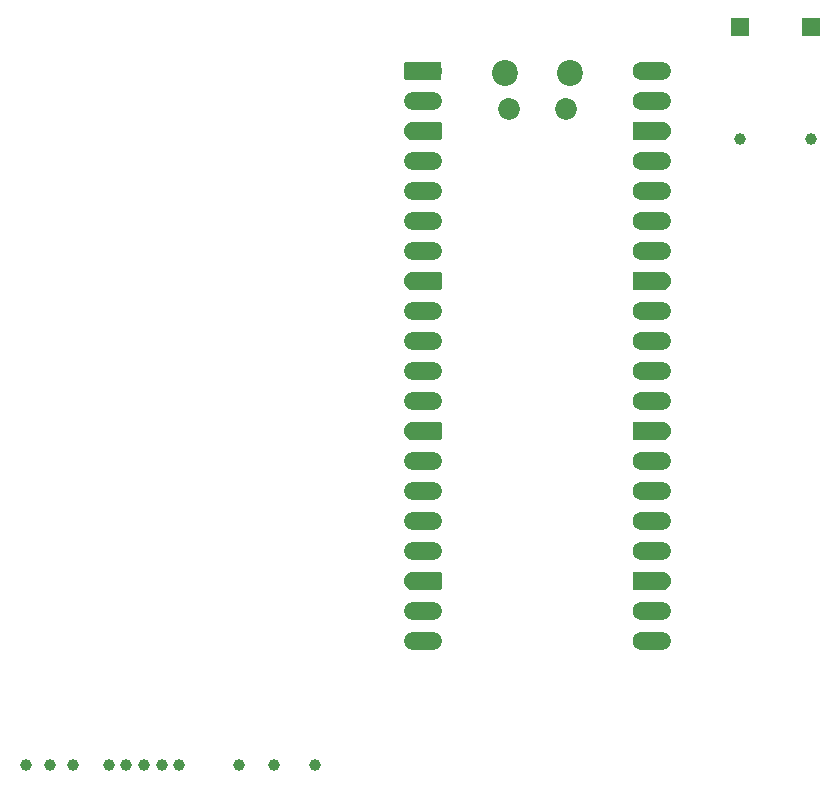
<source format=gbr>
%TF.GenerationSoftware,KiCad,Pcbnew,9.0.1*%
%TF.CreationDate,2025-05-02T16:57:55-04:00*%
%TF.ProjectId,de_fused_pico,64655f66-7573-4656-945f-7069636f2e6b,rev?*%
%TF.SameCoordinates,Original*%
%TF.FileFunction,Soldermask,Top*%
%TF.FilePolarity,Negative*%
%FSLAX46Y46*%
G04 Gerber Fmt 4.6, Leading zero omitted, Abs format (unit mm)*
G04 Created by KiCad (PCBNEW 9.0.1) date 2025-05-02 16:57:55*
%MOMM*%
%LPD*%
G01*
G04 APERTURE LIST*
G04 Aperture macros list*
%AMRoundRect*
0 Rectangle with rounded corners*
0 $1 Rounding radius*
0 $2 $3 $4 $5 $6 $7 $8 $9 X,Y pos of 4 corners*
0 Add a 4 corners polygon primitive as box body*
4,1,4,$2,$3,$4,$5,$6,$7,$8,$9,$2,$3,0*
0 Add four circle primitives for the rounded corners*
1,1,$1+$1,$2,$3*
1,1,$1+$1,$4,$5*
1,1,$1+$1,$6,$7*
1,1,$1+$1,$8,$9*
0 Add four rect primitives between the rounded corners*
20,1,$1+$1,$2,$3,$4,$5,0*
20,1,$1+$1,$4,$5,$6,$7,0*
20,1,$1+$1,$6,$7,$8,$9,0*
20,1,$1+$1,$8,$9,$2,$3,0*%
%AMFreePoly0*
4,1,37,0.800000,0.796148,0.878414,0.796148,1.032228,0.765552,1.177117,0.705537,1.307515,0.618408,1.418408,0.507515,1.505537,0.377117,1.565552,0.232228,1.596148,0.078414,1.596148,-0.078414,1.565552,-0.232228,1.505537,-0.377117,1.418408,-0.507515,1.307515,-0.618408,1.177117,-0.705537,1.032228,-0.765552,0.878414,-0.796148,0.800000,-0.796148,0.800000,-0.800000,-1.400000,-0.800000,
-1.403843,-0.796157,-1.439018,-0.796157,-1.511114,-0.766294,-1.566294,-0.711114,-1.596157,-0.639018,-1.596157,-0.603843,-1.600000,-0.600000,-1.600000,0.600000,-1.596157,0.603843,-1.596157,0.639018,-1.566294,0.711114,-1.511114,0.766294,-1.439018,0.796157,-1.403843,0.796157,-1.400000,0.800000,0.800000,0.800000,0.800000,0.796148,0.800000,0.796148,$1*%
%AMFreePoly1*
4,1,37,1.403843,0.796157,1.439018,0.796157,1.511114,0.766294,1.566294,0.711114,1.596157,0.639018,1.596157,0.603843,1.600000,0.600000,1.600000,-0.600000,1.596157,-0.603843,1.596157,-0.639018,1.566294,-0.711114,1.511114,-0.766294,1.439018,-0.796157,1.403843,-0.796157,1.400000,-0.800000,-0.800000,-0.800000,-0.800000,-0.796148,-0.878414,-0.796148,-1.032228,-0.765552,-1.177117,-0.705537,
-1.307515,-0.618408,-1.418408,-0.507515,-1.505537,-0.377117,-1.565552,-0.232228,-1.596148,-0.078414,-1.596148,0.078414,-1.565552,0.232228,-1.505537,0.377117,-1.418408,0.507515,-1.307515,0.618408,-1.177117,0.705537,-1.032228,0.765552,-0.878414,0.796148,-0.800000,0.796148,-0.800000,0.800000,1.400000,0.800000,1.403843,0.796157,1.403843,0.796157,$1*%
%AMFreePoly2*
4,1,37,0.603843,0.796157,0.639018,0.796157,0.711114,0.766294,0.766294,0.711114,0.796157,0.639018,0.796157,0.603843,0.800000,0.600000,0.800000,-0.600000,0.796157,-0.603843,0.796157,-0.639018,0.766294,-0.711114,0.711114,-0.766294,0.639018,-0.796157,0.603843,-0.796157,0.600000,-0.800000,0.000000,-0.800000,0.000000,-0.796148,-0.078414,-0.796148,-0.232228,-0.765552,-0.377117,-0.705537,
-0.507515,-0.618408,-0.618408,-0.507515,-0.705537,-0.377117,-0.765552,-0.232228,-0.796148,-0.078414,-0.796148,0.078414,-0.765552,0.232228,-0.705537,0.377117,-0.618408,0.507515,-0.507515,0.618408,-0.377117,0.705537,-0.232228,0.765552,-0.078414,0.796148,0.000000,0.796148,0.000000,0.800000,0.600000,0.800000,0.603843,0.796157,0.603843,0.796157,$1*%
%AMFreePoly3*
4,1,37,0.000000,0.796148,0.078414,0.796148,0.232228,0.765552,0.377117,0.705537,0.507515,0.618408,0.618408,0.507515,0.705537,0.377117,0.765552,0.232228,0.796148,0.078414,0.796148,-0.078414,0.765552,-0.232228,0.705537,-0.377117,0.618408,-0.507515,0.507515,-0.618408,0.377117,-0.705537,0.232228,-0.765552,0.078414,-0.796148,0.000000,-0.796148,0.000000,-0.800000,-0.600000,-0.800000,
-0.603843,-0.796157,-0.639018,-0.796157,-0.711114,-0.766294,-0.766294,-0.711114,-0.796157,-0.639018,-0.796157,-0.603843,-0.800000,-0.600000,-0.800000,0.600000,-0.796157,0.603843,-0.796157,0.639018,-0.766294,0.711114,-0.711114,0.766294,-0.639018,0.796157,-0.603843,0.796157,-0.600000,0.800000,0.000000,0.800000,0.000000,0.796148,0.000000,0.796148,$1*%
G04 Aperture macros list end*
%ADD10C,1.000000*%
%ADD11R,1.500000X1.500000*%
%ADD12C,2.200000*%
%ADD13C,1.850000*%
%ADD14FreePoly0,0.000000*%
%ADD15RoundRect,0.200000X-0.600000X-0.600000X0.600000X-0.600000X0.600000X0.600000X-0.600000X0.600000X0*%
%ADD16RoundRect,0.800000X-0.800000X-0.000010X0.800000X-0.000010X0.800000X0.000010X-0.800000X0.000010X0*%
%ADD17C,1.600000*%
%ADD18FreePoly1,0.000000*%
%ADD19FreePoly2,0.000000*%
%ADD20FreePoly3,0.000000*%
G04 APERTURE END LIST*
D10*
%TO.C,REF\u002A\u002A*%
X110000000Y-127000000D03*
%TD*%
%TO.C,REF\u002A\u002A*%
X101500000Y-127000000D03*
%TD*%
%TO.C,REF\u002A\u002A*%
X126000000Y-127000000D03*
%TD*%
%TO.C,REF\u002A\u002A*%
X114500000Y-127000000D03*
%TD*%
%TO.C,REF\u002A\u002A*%
X122500000Y-127000000D03*
%TD*%
%TO.C,REF\u002A\u002A*%
X105500000Y-127000000D03*
%TD*%
D11*
%TO.C,REF\u002A\u002A*%
X162000000Y-64500000D03*
%TD*%
D12*
%TO.C,A1*%
X142085000Y-68370000D03*
D13*
X142385000Y-71400000D03*
X147235000Y-71400000D03*
D12*
X147535000Y-68370000D03*
D14*
X135120000Y-68240000D03*
D15*
X135920000Y-68240000D03*
D16*
X135120000Y-70780000D03*
D17*
X135920000Y-70780000D03*
D18*
X135120000Y-73320000D03*
D19*
X135920000Y-73320000D03*
D16*
X135120000Y-75860000D03*
D17*
X135920000Y-75860000D03*
D16*
X135120000Y-78400000D03*
D17*
X135920000Y-78400000D03*
D16*
X135120000Y-80940000D03*
D17*
X135920000Y-80940000D03*
D16*
X135120000Y-83480000D03*
D17*
X135920000Y-83480000D03*
D18*
X135120000Y-86020000D03*
D19*
X135920000Y-86020000D03*
D16*
X135120000Y-88560000D03*
D17*
X135920000Y-88560000D03*
D16*
X135120000Y-91100000D03*
D17*
X135920000Y-91100000D03*
D16*
X135120000Y-93640000D03*
D17*
X135920000Y-93640000D03*
D16*
X135120000Y-96180000D03*
D17*
X135920000Y-96180000D03*
D18*
X135120000Y-98720000D03*
D19*
X135920000Y-98720000D03*
D16*
X135120000Y-101260000D03*
D17*
X135920000Y-101260000D03*
D16*
X135120000Y-103800000D03*
D17*
X135920000Y-103800000D03*
D16*
X135120000Y-106340000D03*
D17*
X135920000Y-106340000D03*
D16*
X135120000Y-108880000D03*
D17*
X135920000Y-108880000D03*
D18*
X135120000Y-111420000D03*
D19*
X135920000Y-111420000D03*
D16*
X135120000Y-113960000D03*
D17*
X135920000Y-113960000D03*
D16*
X135120000Y-116500000D03*
D17*
X135920000Y-116500000D03*
X153700000Y-116500000D03*
D16*
X154500000Y-116500000D03*
D17*
X153700000Y-113960000D03*
D16*
X154500000Y-113960000D03*
D20*
X153700000Y-111420000D03*
D14*
X154500000Y-111420000D03*
D17*
X153700000Y-108880000D03*
D16*
X154500000Y-108880000D03*
D17*
X153700000Y-106340000D03*
D16*
X154500000Y-106340000D03*
D17*
X153700000Y-103800000D03*
D16*
X154500000Y-103800000D03*
D17*
X153700000Y-101260000D03*
D16*
X154500000Y-101260000D03*
D20*
X153700000Y-98720000D03*
D14*
X154500000Y-98720000D03*
D17*
X153700000Y-96180000D03*
D16*
X154500000Y-96180000D03*
D17*
X153700000Y-93640000D03*
D16*
X154500000Y-93640000D03*
D17*
X153700000Y-91100000D03*
D16*
X154500000Y-91100000D03*
D17*
X153700000Y-88560000D03*
D16*
X154500000Y-88560000D03*
D20*
X153700000Y-86020000D03*
D14*
X154500000Y-86020000D03*
D17*
X153700000Y-83480000D03*
D16*
X154500000Y-83480000D03*
D17*
X153700000Y-80940000D03*
D16*
X154500000Y-80940000D03*
D17*
X153700000Y-78400000D03*
D16*
X154500000Y-78400000D03*
D17*
X153700000Y-75860000D03*
D16*
X154500000Y-75860000D03*
D20*
X153700000Y-73320000D03*
D14*
X154500000Y-73320000D03*
D17*
X153700000Y-70780000D03*
D16*
X154500000Y-70780000D03*
D17*
X153700000Y-68240000D03*
D16*
X154500000Y-68240000D03*
%TD*%
D10*
%TO.C,REF\u002A\u002A*%
X108500000Y-127000000D03*
%TD*%
%TO.C,REF\u002A\u002A*%
X103500000Y-127000000D03*
%TD*%
%TO.C,REF\u002A\u002A*%
X168000000Y-74000000D03*
%TD*%
D11*
%TO.C,REF\u002A\u002A*%
X168000000Y-64500000D03*
%TD*%
D10*
%TO.C,REF\u002A\u002A*%
X119500000Y-127000000D03*
%TD*%
%TO.C,REF\u002A\u002A*%
X113000000Y-127000000D03*
%TD*%
%TO.C,REF\u002A\u002A*%
X111500000Y-127000000D03*
%TD*%
%TO.C,REF\u002A\u002A*%
X162000000Y-74000000D03*
%TD*%
M02*

</source>
